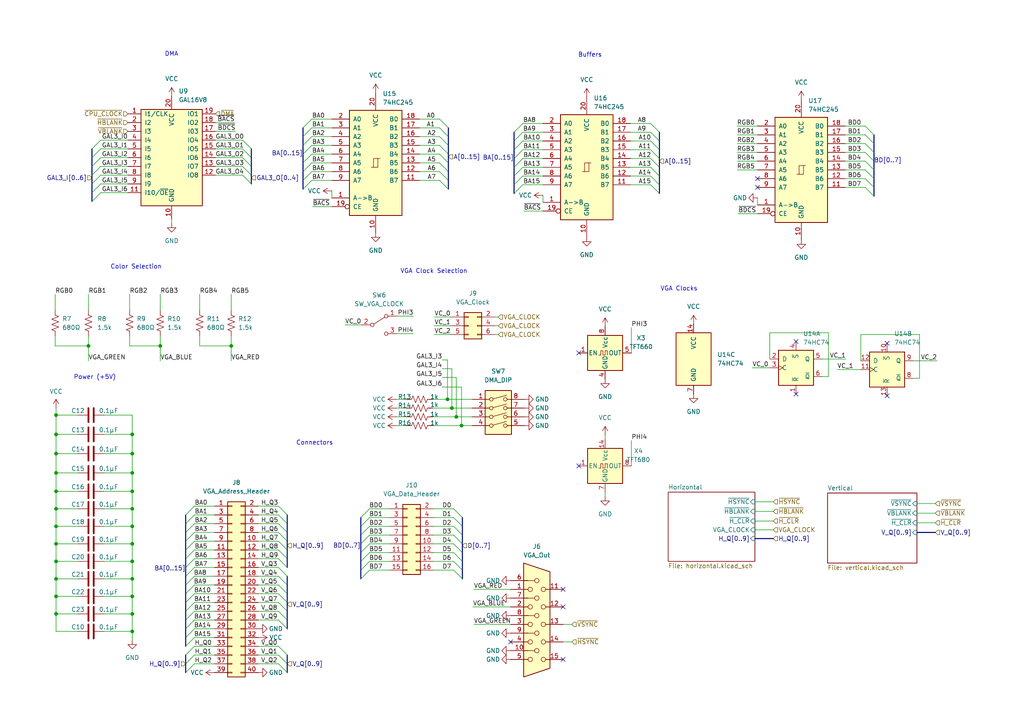
<source format=kicad_sch>
(kicad_sch (version 20211123) (generator eeschema)
  (paper "A4")
  (title_block (title "VGA") (date "9/11/22") (rev "1.0") (company "Korey Bliss") (comment 1 "https://github.com/kblissExternal/6502"))
  (junction (at 16.256 178.054))
  (junction (at 16.256 131.572))
  (junction (at 133.858 123.444))
  (junction (at 38.354 172.974))
  (junction (at 129.794 115.824))
  (junction (at 131.064 118.364))
  (junction (at 46.482 100.33))
  (junction (at 38.354 142.494))
  (junction (at 38.354 131.572))
  (junction (at 38.354 183.134))
  (junction (at 38.354 167.894))
  (junction (at 16.256 172.974))
  (junction (at 38.354 157.734))
  (junction (at 38.354 178.054))
  (junction (at 16.256 167.894))
  (junction (at 16.256 152.654))
  (junction (at 38.354 137.16))
  (junction (at 25.654 100.33))
  (junction (at 38.354 147.574))
  (junction (at 16.256 157.734))
  (junction (at 16.256 142.494))
  (junction (at 132.334 120.904))
  (junction (at 38.354 162.814))
  (junction (at 38.354 152.654))
  (junction (at 16.256 125.984))
  (junction (at 16.256 162.814))
  (junction (at 16.256 137.16))
  (junction (at 16.256 120.396))
  (junction (at 67.056 100.33))
  (junction (at 38.354 125.984))
  (junction (at 16.256 147.574))
  (no_connect (at 163.322 176.022))
  (no_connect (at 219.71 51.816))
  (no_connect (at 219.71 54.356))
  (no_connect (at 167.894 135.128))
  (no_connect (at 148.082 186.182))
  (no_connect (at 230.886 114.3))
  (no_connect (at 257.302 114.808))
  (no_connect (at 257.302 99.568))
  (no_connect (at 230.886 99.06))
  (no_connect (at 163.322 170.942))
  (no_connect (at 163.322 191.262))
  (no_connect (at 167.894 102.362))
  (bus_entry (at 131.572 155.194) (size 2.54 2.54))
  (bus_entry (at 29.21 53.34) (size -2.54 2.54))
  (bus_entry (at 56.388 189.992) (size -2.54 2.54))
  (bus_entry (at 56.388 177.292) (size -2.54 2.54))
  (bus_entry (at 127.508 42.164) (size 2.54 2.54))
  (bus_entry (at 188.722 48.514) (size 2.54 2.54))
  (bus_entry (at 188.722 38.354) (size 2.54 2.54))
  (bus_entry (at 90.424 44.704) (size -2.54 2.54))
  (bus_entry (at 80.772 167.132) (size 2.54 2.54))
  (bus_entry (at 80.772 151.892) (size 2.54 2.54))
  (bus_entry (at 151.638 43.434) (size -2.54 2.54))
  (bus_entry (at 70.358 45.72) (size 2.54 2.54))
  (bus_entry (at 80.772 172.212) (size 2.54 2.54))
  (bus_entry (at 56.388 174.752) (size -2.54 2.54))
  (bus_entry (at 127.508 34.544) (size 2.54 2.54))
  (bus_entry (at 80.772 177.292) (size 2.54 2.54))
  (bus_entry (at 151.638 35.814) (size -2.54 2.54))
  (bus_entry (at 56.388 172.212) (size -2.54 2.54))
  (bus_entry (at 131.572 160.274) (size 2.54 2.54))
  (bus_entry (at 188.722 51.054) (size 2.54 2.54))
  (bus_entry (at 131.572 150.114) (size 2.54 2.54))
  (bus_entry (at 29.21 43.18) (size -2.54 2.54))
  (bus_entry (at 56.388 182.372) (size -2.54 2.54))
  (bus_entry (at 70.358 48.26) (size 2.54 2.54))
  (bus_entry (at 56.388 167.132) (size -2.54 2.54))
  (bus_entry (at 29.21 55.88) (size -2.54 2.54))
  (bus_entry (at 250.952 44.196) (size 2.54 2.54))
  (bus_entry (at 250.952 39.116) (size 2.54 2.54))
  (bus_entry (at 107.188 155.194) (size -2.54 2.54))
  (bus_entry (at 56.388 162.052) (size -2.54 2.54))
  (bus_entry (at 29.21 48.26) (size -2.54 2.54))
  (bus_entry (at 127.508 49.784) (size 2.54 2.54))
  (bus_entry (at 80.772 146.812) (size 2.54 2.54))
  (bus_entry (at 151.638 53.594) (size -2.54 2.54))
  (bus_entry (at 250.952 54.356) (size 2.54 2.54))
  (bus_entry (at 56.388 159.512) (size -2.54 2.54))
  (bus_entry (at 80.772 174.752) (size 2.54 2.54))
  (bus_entry (at 151.638 38.354) (size -2.54 2.54))
  (bus_entry (at 188.722 43.434) (size 2.54 2.54))
  (bus_entry (at 70.358 50.8) (size 2.54 2.54))
  (bus_entry (at 107.188 150.114) (size -2.54 2.54))
  (bus_entry (at 250.952 46.736) (size 2.54 2.54))
  (bus_entry (at 80.772 159.512) (size 2.54 2.54))
  (bus_entry (at 90.424 47.244) (size -2.54 2.54))
  (bus_entry (at 188.722 45.974) (size 2.54 2.54))
  (bus_entry (at 80.772 179.832) (size 2.54 2.54))
  (bus_entry (at 188.722 35.814) (size 2.54 2.54))
  (bus_entry (at 131.572 152.654) (size 2.54 2.54))
  (bus_entry (at 127.508 44.704) (size 2.54 2.54))
  (bus_entry (at 80.772 189.992) (size 2.54 2.54))
  (bus_entry (at 80.772 156.972) (size 2.54 2.54))
  (bus_entry (at 56.388 156.972) (size -2.54 2.54))
  (bus_entry (at 188.722 53.594) (size 2.54 2.54))
  (bus_entry (at 151.638 48.514) (size -2.54 2.54))
  (bus_entry (at 90.424 49.784) (size -2.54 2.54))
  (bus_entry (at 250.952 51.816) (size 2.54 2.54))
  (bus_entry (at 107.188 157.734) (size -2.54 2.54))
  (bus_entry (at 56.388 164.592) (size -2.54 2.54))
  (bus_entry (at 131.572 162.814) (size 2.54 2.54))
  (bus_entry (at 107.188 162.814) (size -2.54 2.54))
  (bus_entry (at 56.388 146.812) (size -2.54 2.54))
  (bus_entry (at 250.952 49.276) (size 2.54 2.54))
  (bus_entry (at 151.638 45.974) (size -2.54 2.54))
  (bus_entry (at 127.508 39.624) (size 2.54 2.54))
  (bus_entry (at 188.722 40.894) (size 2.54 2.54))
  (bus_entry (at 107.188 160.274) (size -2.54 2.54))
  (bus_entry (at 80.772 162.052) (size 2.54 2.54))
  (bus_entry (at 131.572 165.354) (size 2.54 2.54))
  (bus_entry (at 56.388 192.532) (size -2.54 2.54))
  (bus_entry (at 127.508 37.084) (size 2.54 2.54))
  (bus_entry (at 56.388 149.352) (size -2.54 2.54))
  (bus_entry (at 127.508 52.324) (size 2.54 2.54))
  (bus_entry (at 90.424 52.324) (size -2.54 2.54))
  (bus_entry (at 80.772 149.352) (size 2.54 2.54))
  (bus_entry (at 56.388 187.452) (size -2.54 2.54))
  (bus_entry (at 90.424 42.164) (size -2.54 2.54))
  (bus_entry (at 107.188 152.654) (size -2.54 2.54))
  (bus_entry (at 80.772 169.672) (size 2.54 2.54))
  (bus_entry (at 56.388 184.912) (size -2.54 2.54))
  (bus_entry (at 107.188 165.354) (size -2.54 2.54))
  (bus_entry (at 250.952 41.656) (size 2.54 2.54))
  (bus_entry (at 80.772 164.592) (size 2.54 2.54))
  (bus_entry (at 90.424 34.544) (size -2.54 2.54))
  (bus_entry (at 80.772 192.532) (size 2.54 2.54))
  (bus_entry (at 127.508 47.244) (size 2.54 2.54))
  (bus_entry (at 250.952 36.576) (size 2.54 2.54))
  (bus_entry (at 131.572 147.574) (size 2.54 2.54))
  (bus_entry (at 90.424 39.624) (size -2.54 2.54))
  (bus_entry (at 29.21 50.8) (size -2.54 2.54))
  (bus_entry (at 107.188 147.574) (size -2.54 2.54))
  (bus_entry (at 56.388 151.892) (size -2.54 2.54))
  (bus_entry (at 90.424 37.084) (size -2.54 2.54))
  (bus_entry (at 131.572 157.734) (size 2.54 2.54))
  (bus_entry (at 56.388 169.672) (size -2.54 2.54))
  (bus_entry (at 56.388 154.432) (size -2.54 2.54))
  (bus_entry (at 29.21 40.64) (size -2.54 2.54))
  (bus_entry (at 56.388 179.832) (size -2.54 2.54))
  (bus_entry (at 80.772 187.452) (size 2.54 2.54))
  (bus_entry (at 151.638 40.894) (size -2.54 2.54))
  (bus_entry (at 70.358 40.64) (size 2.54 2.54))
  (bus_entry (at 80.772 154.432) (size 2.54 2.54))
  (bus_entry (at 29.21 45.72) (size -2.54 2.54))
  (bus_entry (at 70.358 43.18) (size 2.54 2.54))
  (bus_entry (at 151.638 51.054) (size -2.54 2.54))
  (wire (pts (xy 37.592 100.33) (xy 46.482 100.33)))
  (wire (pts (xy 157.48 45.974) (xy 151.638 45.974)))
  (wire (pts (xy 74.93 146.812) (xy 80.772 146.812)))
  (bus (pts (xy 53.848 156.972) (xy 53.848 159.512)))
  (wire (pts (xy 129.794 115.824) (xy 125.476 115.824)))
  (wire (pts (xy 157.48 43.434) (xy 151.638 43.434)))
  (bus (pts (xy 83.312 174.752) (xy 83.312 177.292)))
  (wire (pts (xy 245.11 44.196) (xy 250.952 44.196)))
  (wire (pts (xy 25.654 100.33) (xy 25.654 97.536)))
  (wire (pts (xy 266.7 97.028) (xy 266.7 109.728)))
  (bus (pts (xy 130.048 52.324) (xy 130.048 54.864)))
  (wire (pts (xy 218.186 106.68) (xy 223.266 106.68)))
  (wire (pts (xy 46.482 104.648) (xy 46.482 100.33)))
  (wire (pts (xy 16.256 118.364) (xy 16.256 120.396)))
  (wire (pts (xy 163.322 181.102) (xy 165.862 181.102)))
  (bus (pts (xy 134.112 155.194) (xy 134.112 157.734)))
  (wire (pts (xy 136.906 118.364) (xy 131.064 118.364)))
  (wire (pts (xy 271.78 104.648) (xy 264.922 104.648)))
  (wire (pts (xy 67.056 89.916) (xy 67.056 85.344)))
  (bus (pts (xy 87.884 49.784) (xy 87.884 52.324)))
  (wire (pts (xy 38.354 137.16) (xy 38.354 142.494)))
  (wire (pts (xy 38.354 183.134) (xy 38.354 185.674)))
  (wire (pts (xy 74.93 189.992) (xy 80.772 189.992)))
  (wire (pts (xy 22.606 172.974) (xy 16.256 172.974)))
  (wire (pts (xy 131.064 118.364) (xy 125.476 118.364)))
  (wire (pts (xy 249.682 97.028) (xy 266.7 97.028)))
  (wire (pts (xy 157.48 40.894) (xy 151.638 40.894)))
  (wire (pts (xy 224.282 148.336) (xy 218.948 148.336)))
  (wire (pts (xy 62.23 184.912) (xy 56.388 184.912)))
  (bus (pts (xy 53.848 149.352) (xy 53.848 151.892)))
  (wire (pts (xy 100.076 94.234) (xy 104.902 94.234)))
  (wire (pts (xy 46.482 89.916) (xy 46.482 85.344)))
  (wire (pts (xy 223.266 96.52) (xy 240.284 96.52)))
  (wire (pts (xy 37.084 40.64) (xy 29.21 40.64)))
  (wire (pts (xy 38.354 157.734) (xy 38.354 162.814)))
  (wire (pts (xy 37.084 55.88) (xy 29.21 55.88)))
  (bus (pts (xy 224.282 156.21) (xy 218.948 156.21)))
  (wire (pts (xy 96.266 55.372) (xy 96.266 57.404)))
  (wire (pts (xy 223.266 104.14) (xy 223.266 96.52)))
  (wire (pts (xy 22.606 157.734) (xy 16.256 157.734)))
  (wire (pts (xy 62.23 177.292) (xy 56.388 177.292)))
  (wire (pts (xy 144.526 91.948) (xy 143.51 91.948)))
  (wire (pts (xy 38.354 162.814) (xy 38.354 167.894)))
  (bus (pts (xy 104.648 160.274) (xy 104.648 162.814)))
  (wire (pts (xy 38.354 120.396) (xy 38.354 125.984)))
  (bus (pts (xy 253.492 46.736) (xy 253.492 49.276)))
  (wire (pts (xy 144.526 97.028) (xy 143.51 97.028)))
  (bus (pts (xy 253.492 44.196) (xy 253.492 46.736)))
  (wire (pts (xy 245.11 46.736) (xy 250.952 46.736)))
  (bus (pts (xy 191.262 38.354) (xy 191.262 40.894)))
  (bus (pts (xy 83.312 167.132) (xy 83.312 169.672)))
  (bus (pts (xy 72.898 45.72) (xy 72.898 48.26)))
  (wire (pts (xy 115.062 115.824) (xy 117.856 115.824)))
  (wire (pts (xy 74.93 164.592) (xy 80.772 164.592)))
  (wire (pts (xy 62.23 167.132) (xy 56.388 167.132)))
  (wire (pts (xy 125.984 97.028) (xy 130.81 97.028)))
  (bus (pts (xy 134.112 150.114) (xy 134.112 152.654)))
  (wire (pts (xy 67.056 100.33) (xy 67.056 97.536)))
  (bus (pts (xy 83.312 151.892) (xy 83.312 154.432)))
  (bus (pts (xy 253.492 41.656) (xy 253.492 44.196)))
  (wire (pts (xy 62.23 164.592) (xy 56.388 164.592)))
  (wire (pts (xy 136.906 115.824) (xy 129.794 115.824)))
  (wire (pts (xy 175.514 142.748) (xy 175.514 144.018)))
  (wire (pts (xy 22.606 142.494) (xy 16.256 142.494)))
  (wire (pts (xy 157.48 48.514) (xy 151.638 48.514)))
  (wire (pts (xy 22.606 183.134) (xy 16.256 183.134)))
  (wire (pts (xy 157.48 51.054) (xy 151.638 51.054)))
  (wire (pts (xy 115.062 91.694) (xy 119.888 91.694)))
  (wire (pts (xy 74.93 187.452) (xy 80.772 187.452)))
  (wire (pts (xy 121.666 52.324) (xy 127.508 52.324)))
  (bus (pts (xy 134.112 162.814) (xy 134.112 165.354)))
  (wire (pts (xy 240.284 96.52) (xy 240.284 109.22)))
  (wire (pts (xy 38.354 147.574) (xy 38.354 152.654)))
  (wire (pts (xy 30.226 120.396) (xy 38.354 120.396)))
  (wire (pts (xy 30.226 172.974) (xy 38.354 172.974)))
  (wire (pts (xy 37.592 89.916) (xy 37.592 85.344)))
  (wire (pts (xy 57.912 100.33) (xy 57.912 97.536)))
  (bus (pts (xy 130.048 47.244) (xy 130.048 49.784)))
  (wire (pts (xy 74.93 159.512) (xy 80.772 159.512)))
  (wire (pts (xy 224.282 145.542) (xy 218.948 145.542)))
  (wire (pts (xy 22.606 178.054) (xy 16.256 178.054)))
  (bus (pts (xy 104.648 152.654) (xy 104.648 155.194)))
  (wire (pts (xy 74.93 169.672) (xy 80.772 169.672)))
  (bus (pts (xy 130.048 39.624) (xy 130.048 42.164)))
  (wire (pts (xy 38.354 131.572) (xy 38.354 137.16)))
  (wire (pts (xy 125.984 94.488) (xy 130.81 94.488)))
  (wire (pts (xy 182.88 48.514) (xy 188.722 48.514)))
  (wire (pts (xy 219.71 49.276) (xy 213.868 49.276)))
  (wire (pts (xy 62.23 179.832) (xy 56.388 179.832)))
  (wire (pts (xy 175.514 126.238) (xy 175.514 127.508)))
  (bus (pts (xy 83.312 169.672) (xy 83.312 172.212)))
  (wire (pts (xy 96.266 52.324) (xy 90.424 52.324)))
  (wire (pts (xy 25.654 104.648) (xy 25.654 100.33)))
  (wire (pts (xy 137.414 181.102) (xy 148.082 181.102)))
  (wire (pts (xy 219.71 46.736) (xy 213.868 46.736)))
  (wire (pts (xy 157.48 56.642) (xy 157.48 58.674)))
  (bus (pts (xy 26.67 48.26) (xy 26.67 50.8)))
  (wire (pts (xy 136.906 123.444) (xy 133.858 123.444)))
  (wire (pts (xy 113.03 155.194) (xy 107.188 155.194)))
  (bus (pts (xy 53.848 151.892) (xy 53.848 154.432)))
  (bus (pts (xy 149.098 40.894) (xy 149.098 43.434)))
  (bus (pts (xy 87.884 39.624) (xy 87.884 42.164)))
  (wire (pts (xy 16.256 137.16) (xy 16.256 142.494)))
  (wire (pts (xy 219.71 39.116) (xy 213.868 39.116)))
  (wire (pts (xy 133.858 112.268) (xy 133.858 123.444)))
  (wire (pts (xy 113.03 165.354) (xy 107.188 165.354)))
  (bus (pts (xy 191.262 45.974) (xy 191.262 48.514)))
  (bus (pts (xy 191.262 53.594) (xy 191.262 56.134)))
  (wire (pts (xy 37.084 53.34) (xy 29.21 53.34)))
  (wire (pts (xy 96.266 44.704) (xy 90.424 44.704)))
  (wire (pts (xy 74.93 156.972) (xy 80.772 156.972)))
  (bus (pts (xy 130.048 37.084) (xy 130.048 39.624)))
  (bus (pts (xy 83.312 154.432) (xy 83.312 156.972)))
  (wire (pts (xy 62.23 159.512) (xy 56.388 159.512)))
  (bus (pts (xy 83.312 177.292) (xy 83.312 179.832)))
  (wire (pts (xy 22.606 147.574) (xy 16.256 147.574)))
  (bus (pts (xy 53.848 182.372) (xy 53.848 184.912)))
  (wire (pts (xy 62.484 43.18) (xy 70.358 43.18)))
  (wire (pts (xy 219.71 57.404) (xy 219.71 59.436)))
  (wire (pts (xy 125.73 157.734) (xy 131.572 157.734)))
  (wire (pts (xy 62.23 149.352) (xy 56.388 149.352)))
  (wire (pts (xy 182.88 38.354) (xy 188.722 38.354)))
  (wire (pts (xy 46.482 100.33) (xy 46.482 97.536)))
  (wire (pts (xy 137.414 170.942) (xy 148.082 170.942)))
  (wire (pts (xy 96.266 42.164) (xy 90.424 42.164)))
  (wire (pts (xy 30.226 142.494) (xy 38.354 142.494)))
  (wire (pts (xy 224.282 153.67) (xy 218.948 153.67)))
  (bus (pts (xy 53.848 162.052) (xy 53.848 164.592)))
  (wire (pts (xy 128.27 104.394) (xy 129.794 104.394)))
  (bus (pts (xy 191.262 51.054) (xy 191.262 53.594)))
  (wire (pts (xy 67.056 104.648) (xy 67.056 100.33)))
  (wire (pts (xy 62.484 48.26) (xy 70.358 48.26)))
  (wire (pts (xy 182.88 51.054) (xy 188.722 51.054)))
  (wire (pts (xy 16.256 162.814) (xy 16.256 167.894)))
  (bus (pts (xy 83.312 162.052) (xy 83.312 164.592)))
  (wire (pts (xy 125.73 160.274) (xy 131.572 160.274)))
  (wire (pts (xy 245.11 39.116) (xy 250.952 39.116)))
  (wire (pts (xy 137.16 176.022) (xy 148.082 176.022)))
  (wire (pts (xy 96.266 34.544) (xy 90.424 34.544)))
  (bus (pts (xy 87.884 42.164) (xy 87.884 44.704)))
  (wire (pts (xy 74.93 162.052) (xy 80.772 162.052)))
  (wire (pts (xy 74.93 151.892) (xy 80.772 151.892)))
  (bus (pts (xy 72.898 43.18) (xy 72.898 45.72)))
  (wire (pts (xy 245.11 54.356) (xy 250.952 54.356)))
  (wire (pts (xy 121.666 34.544) (xy 127.508 34.544)))
  (bus (pts (xy 253.492 39.116) (xy 253.492 41.656)))
  (wire (pts (xy 30.226 152.654) (xy 38.354 152.654)))
  (wire (pts (xy 74.93 167.132) (xy 80.772 167.132)))
  (bus (pts (xy 87.884 52.324) (xy 87.884 54.864)))
  (wire (pts (xy 38.354 152.654) (xy 38.354 157.734)))
  (wire (pts (xy 219.71 36.576) (xy 213.868 36.576)))
  (wire (pts (xy 157.48 53.594) (xy 151.638 53.594)))
  (wire (pts (xy 16.256 157.734) (xy 16.256 162.814)))
  (wire (pts (xy 62.484 35.56) (xy 68.072 35.56)))
  (wire (pts (xy 125.73 162.814) (xy 131.572 162.814)))
  (wire (pts (xy 113.03 157.734) (xy 107.188 157.734)))
  (wire (pts (xy 96.266 37.084) (xy 90.424 37.084)))
  (wire (pts (xy 74.93 149.352) (xy 80.772 149.352)))
  (wire (pts (xy 96.266 59.944) (xy 90.678 59.944)))
  (wire (pts (xy 96.266 39.624) (xy 90.424 39.624)))
  (wire (pts (xy 62.23 189.992) (xy 56.388 189.992)))
  (wire (pts (xy 121.666 49.784) (xy 127.508 49.784)))
  (wire (pts (xy 62.23 174.752) (xy 56.388 174.752)))
  (wire (pts (xy 113.03 147.574) (xy 107.188 147.574)))
  (wire (pts (xy 113.03 160.274) (xy 107.188 160.274)))
  (wire (pts (xy 144.526 94.488) (xy 143.51 94.488)))
  (bus (pts (xy 149.098 38.354) (xy 149.098 40.894)))
  (wire (pts (xy 219.71 41.656) (xy 213.868 41.656)))
  (wire (pts (xy 125.73 152.654) (xy 131.572 152.654)))
  (wire (pts (xy 16.256 167.894) (xy 16.256 172.974)))
  (bus (pts (xy 253.492 54.356) (xy 253.492 56.896)))
  (wire (pts (xy 62.23 162.052) (xy 56.388 162.052)))
  (bus (pts (xy 53.848 169.672) (xy 53.848 172.212)))
  (wire (pts (xy 219.71 44.196) (xy 213.868 44.196)))
  (wire (pts (xy 271.272 148.844) (xy 265.938 148.844)))
  (wire (pts (xy 30.226 125.984) (xy 38.354 125.984)))
  (wire (pts (xy 57.912 89.916) (xy 57.912 85.344)))
  (wire (pts (xy 62.23 156.972) (xy 56.388 156.972)))
  (bus (pts (xy 83.312 192.532) (xy 83.312 195.072)))
  (wire (pts (xy 38.354 172.974) (xy 38.354 178.054)))
  (bus (pts (xy 104.648 162.814) (xy 104.648 165.354)))
  (bus (pts (xy 53.848 192.532) (xy 53.848 195.072)))
  (wire (pts (xy 62.23 172.212) (xy 56.388 172.212)))
  (wire (pts (xy 74.93 174.752) (xy 80.772 174.752)))
  (wire (pts (xy 125.73 165.354) (xy 131.572 165.354)))
  (wire (pts (xy 16.002 89.916) (xy 16.002 85.344)))
  (wire (pts (xy 182.88 40.894) (xy 188.722 40.894)))
  (wire (pts (xy 16.002 100.33) (xy 25.654 100.33)))
  (bus (pts (xy 130.048 42.164) (xy 130.048 44.704)))
  (bus (pts (xy 26.67 43.18) (xy 26.67 45.72)))
  (wire (pts (xy 25.654 89.916) (xy 25.654 85.344)))
  (wire (pts (xy 30.226 137.16) (xy 38.354 137.16)))
  (bus (pts (xy 87.884 44.704) (xy 87.884 47.244)))
  (wire (pts (xy 182.88 53.594) (xy 188.722 53.594)))
  (wire (pts (xy 113.03 162.814) (xy 107.188 162.814)))
  (wire (pts (xy 16.256 147.574) (xy 16.256 152.654)))
  (bus (pts (xy 271.272 154.432) (xy 265.938 154.432)))
  (bus (pts (xy 149.098 51.054) (xy 149.098 53.594)))
  (bus (pts (xy 53.848 159.512) (xy 53.848 162.052)))
  (wire (pts (xy 245.364 104.14) (xy 238.506 104.14)))
  (wire (pts (xy 115.062 120.904) (xy 117.856 120.904)))
  (bus (pts (xy 191.262 43.434) (xy 191.262 45.974)))
  (bus (pts (xy 83.312 189.992) (xy 83.312 192.532)))
  (wire (pts (xy 219.71 61.976) (xy 214.122 61.976)))
  (wire (pts (xy 224.282 151.13) (xy 218.948 151.13)))
  (wire (pts (xy 74.93 179.832) (xy 80.772 179.832)))
  (wire (pts (xy 266.7 109.728) (xy 264.922 109.728)))
  (wire (pts (xy 62.484 40.64) (xy 70.358 40.64)))
  (wire (pts (xy 38.354 167.894) (xy 38.354 172.974)))
  (wire (pts (xy 125.73 150.114) (xy 131.572 150.114)))
  (wire (pts (xy 245.11 51.816) (xy 250.952 51.816)))
  (bus (pts (xy 53.848 164.592) (xy 53.848 167.132)))
  (bus (pts (xy 83.312 172.212) (xy 83.312 174.752)))
  (wire (pts (xy 16.256 131.572) (xy 22.606 131.572)))
  (bus (pts (xy 191.262 40.894) (xy 191.262 43.434)))
  (wire (pts (xy 128.27 109.474) (xy 132.334 109.474)))
  (wire (pts (xy 37.084 43.18) (xy 29.21 43.18)))
  (wire (pts (xy 115.062 118.364) (xy 117.856 118.364)))
  (wire (pts (xy 74.93 154.432) (xy 80.772 154.432)))
  (bus (pts (xy 26.67 50.8) (xy 26.67 53.34)))
  (bus (pts (xy 53.848 172.212) (xy 53.848 174.752)))
  (wire (pts (xy 62.23 187.452) (xy 56.388 187.452)))
  (wire (pts (xy 62.23 151.892) (xy 56.388 151.892)))
  (wire (pts (xy 16.256 152.654) (xy 16.256 157.734)))
  (wire (pts (xy 74.93 177.292) (xy 80.772 177.292)))
  (wire (pts (xy 38.354 142.494) (xy 38.354 147.574)))
  (bus (pts (xy 72.898 50.8) (xy 72.898 53.34)))
  (wire (pts (xy 37.084 45.72) (xy 29.21 45.72)))
  (bus (pts (xy 26.67 55.88) (xy 26.67 58.42)))
  (wire (pts (xy 113.03 152.654) (xy 107.188 152.654)))
  (bus (pts (xy 83.312 149.352) (xy 83.312 151.892)))
  (wire (pts (xy 242.824 107.188) (xy 249.682 107.188)))
  (wire (pts (xy 38.354 131.572) (xy 38.354 125.984)))
  (bus (pts (xy 87.884 37.084) (xy 87.884 39.624)))
  (bus (pts (xy 104.648 165.354) (xy 104.648 167.894)))
  (wire (pts (xy 30.226 178.054) (xy 38.354 178.054)))
  (bus (pts (xy 53.848 177.292) (xy 53.848 179.832)))
  (bus (pts (xy 53.848 179.832) (xy 53.848 182.372)))
  (bus (pts (xy 134.112 160.274) (xy 134.112 162.814)))
  (bus (pts (xy 26.67 53.34) (xy 26.67 55.88)))
  (bus (pts (xy 149.098 53.594) (xy 149.098 56.134)))
  (wire (pts (xy 16.256 125.984) (xy 16.256 120.396)))
  (bus (pts (xy 83.312 159.512) (xy 83.312 162.052)))
  (bus (pts (xy 53.848 184.912) (xy 53.848 187.452)))
  (wire (pts (xy 16.256 125.984) (xy 22.606 125.984)))
  (wire (pts (xy 96.266 47.244) (xy 90.424 47.244)))
  (bus (pts (xy 83.312 179.832) (xy 83.312 182.372)))
  (wire (pts (xy 38.354 178.054) (xy 38.354 183.134)))
  (bus (pts (xy 253.492 49.276) (xy 253.492 51.816)))
  (wire (pts (xy 30.226 162.814) (xy 38.354 162.814)))
  (bus (pts (xy 104.648 155.194) (xy 104.648 157.734)))
  (wire (pts (xy 240.284 109.22) (xy 238.506 109.22)))
  (wire (pts (xy 62.23 192.532) (xy 56.388 192.532)))
  (wire (pts (xy 157.48 61.214) (xy 151.892 61.214)))
  (wire (pts (xy 132.334 120.904) (xy 125.476 120.904)))
  (wire (pts (xy 22.606 162.814) (xy 16.256 162.814)))
  (wire (pts (xy 128.27 106.934) (xy 131.064 106.934)))
  (wire (pts (xy 30.226 167.894) (xy 38.354 167.894)))
  (wire (pts (xy 121.666 47.244) (xy 127.508 47.244)))
  (wire (pts (xy 62.484 38.1) (xy 68.326 38.1)))
  (wire (pts (xy 131.064 106.934) (xy 131.064 118.364)))
  (bus (pts (xy 53.848 154.432) (xy 53.848 156.972)))
  (wire (pts (xy 74.93 172.212) (xy 80.772 172.212)))
  (wire (pts (xy 129.794 104.394) (xy 129.794 115.824)))
  (wire (pts (xy 30.226 131.572) (xy 38.354 131.572)))
  (wire (pts (xy 182.88 35.814) (xy 188.722 35.814)))
  (wire (pts (xy 271.272 146.05) (xy 265.938 146.05)))
  (wire (pts (xy 62.23 154.432) (xy 56.388 154.432)))
  (wire (pts (xy 133.858 123.444) (xy 125.476 123.444)))
  (wire (pts (xy 115.062 123.444) (xy 117.856 123.444)))
  (bus (pts (xy 130.048 49.784) (xy 130.048 52.324)))
  (wire (pts (xy 245.11 36.576) (xy 250.952 36.576)))
  (bus (pts (xy 53.848 189.992) (xy 53.848 192.532)))
  (wire (pts (xy 125.984 91.948) (xy 130.81 91.948)))
  (wire (pts (xy 125.73 147.574) (xy 131.572 147.574)))
  (wire (pts (xy 113.03 150.114) (xy 107.188 150.114)))
  (wire (pts (xy 163.322 186.182) (xy 165.862 186.182)))
  (wire (pts (xy 37.592 100.33) (xy 37.592 97.536)))
  (bus (pts (xy 253.492 51.816) (xy 253.492 54.356)))
  (bus (pts (xy 134.112 152.654) (xy 134.112 155.194)))
  (bus (pts (xy 149.098 48.514) (xy 149.098 51.054)))
  (wire (pts (xy 16.256 137.16) (xy 22.606 137.16)))
  (wire (pts (xy 30.226 147.574) (xy 38.354 147.574)))
  (wire (pts (xy 121.666 37.084) (xy 127.508 37.084)))
  (wire (pts (xy 121.666 44.704) (xy 127.508 44.704)))
  (bus (pts (xy 87.884 47.244) (xy 87.884 49.784)))
  (bus (pts (xy 53.848 167.132) (xy 53.848 169.672)))
  (wire (pts (xy 16.256 172.974) (xy 16.256 178.054)))
  (wire (pts (xy 249.682 104.648) (xy 249.682 97.028)))
  (wire (pts (xy 74.93 192.532) (xy 80.772 192.532)))
  (wire (pts (xy 67.056 100.33) (xy 57.912 100.33)))
  (bus (pts (xy 149.098 45.974) (xy 149.098 48.514)))
  (bus (pts (xy 191.262 48.514) (xy 191.262 51.054)))
  (wire (pts (xy 62.484 50.8) (xy 70.358 50.8)))
  (wire (pts (xy 62.23 169.672) (xy 56.388 169.672)))
  (wire (pts (xy 125.73 155.194) (xy 131.572 155.194)))
  (bus (pts (xy 26.67 45.72) (xy 26.67 48.26)))
  (wire (pts (xy 245.11 41.656) (xy 250.952 41.656)))
  (bus (pts (xy 149.098 43.434) (xy 149.098 45.974)))
  (wire (pts (xy 157.48 35.814) (xy 151.638 35.814)))
  (wire (pts (xy 132.334 109.474) (xy 132.334 120.904)))
  (wire (pts (xy 16.256 178.054) (xy 16.256 183.134)))
  (wire (pts (xy 271.272 151.638) (xy 265.938 151.638)))
  (wire (pts (xy 96.266 49.784) (xy 90.424 49.784)))
  (wire (pts (xy 49.784 63.5) (xy 49.784 64.77)))
  (wire (pts (xy 182.88 45.974) (xy 188.722 45.974)))
  (wire (pts (xy 121.666 39.624) (xy 127.508 39.624)))
  (wire (pts (xy 30.226 157.734) (xy 38.354 157.734)))
  (bus (pts (xy 134.112 165.354) (xy 134.112 167.894)))
  (wire (pts (xy 30.226 183.134) (xy 38.354 183.134)))
  (wire (pts (xy 182.88 43.434) (xy 188.722 43.434)))
  (bus (pts (xy 83.312 156.972) (xy 83.312 159.512)))
  (wire (pts (xy 157.48 38.354) (xy 151.638 38.354)))
  (wire (pts (xy 245.11 49.276) (xy 250.952 49.276)))
  (wire (pts (xy 62.484 45.72) (xy 70.358 45.72)))
  (wire (pts (xy 16.256 125.984) (xy 16.256 131.572)))
  (wire (pts (xy 22.606 152.654) (xy 16.256 152.654)))
  (wire (pts (xy 16.256 137.16) (xy 16.256 131.572)))
  (bus (pts (xy 104.648 157.734) (xy 104.648 160.274)))
  (wire (pts (xy 183.134 127.762) (xy 183.134 135.128)))
  (wire (pts (xy 128.27 112.268) (xy 133.858 112.268)))
  (wire (pts (xy 183.134 94.996) (xy 183.134 102.362)))
  (wire (pts (xy 136.906 120.904) (xy 132.334 120.904)))
  (wire (pts (xy 37.084 48.26) (xy 29.21 48.26)))
  (wire (pts (xy 16.256 142.494) (xy 16.256 147.574)))
  (wire (pts (xy 121.666 42.164) (xy 127.508 42.164)))
  (wire (pts (xy 16.002 100.33) (xy 16.002 97.536)))
  (wire (pts (xy 62.23 182.372) (xy 56.388 182.372)))
  (wire (pts (xy 37.084 50.8) (xy 29.21 50.8)))
  (bus (pts (xy 53.848 174.752) (xy 53.848 177.292)))
  (bus (pts (xy 130.048 44.704) (xy 130.048 47.244)))
  (bus (pts (xy 72.898 48.26) (xy 72.898 50.8)))
  (bus (pts (xy 104.648 150.114) (xy 104.648 152.654)))
  (wire (pts (xy 115.062 96.774) (xy 119.888 96.774)))
  (wire (pts (xy 62.23 146.812) (xy 56.388 146.812)))
  (bus (pts (xy 134.112 157.734) (xy 134.112 160.274)))
  (wire (pts (xy 22.606 167.894) (xy 16.256 167.894)))
  (wire (pts (xy 16.256 120.396) (xy 22.606 120.396)))
  (text "Buffers" (at 167.64 16.764 0) (effects (font (size 1.27 1.27)) (justify left bottom)))
  (text "VGA Clocks" (at 191.516 84.582 0) (effects (font (size 1.27 1.27)) (justify left bottom)))
  (text "DMA" (at 47.752 16.51 0) (effects (font (size 1.27 1.27)) (justify left bottom)))
  (text "VGA Clock Selection" (at 116.078 79.502 0) (effects (font (size 1.27 1.27)) (justify left bottom)))
  (text "Connectors" (at 85.852 129.286 0) (effects (font (size 1.27 1.27)) (justify left bottom)))
  (text "Color Selection" (at 32.004 78.232 0) (effects (font (size 1.27 1.27)) (justify left bottom)))
  (text "Power (+5V)" (at 21.336 110.236 0) (effects (font (size 1.27 1.27)) (justify left bottom)))
  (label "BD5" (at 110.998 160.274 180))
  (label "BA3" (at 60.198 154.432 180))
  (label "A15" (at 185.166 53.594 0))
  (label "D1" (at 128.27 150.114 0))
  (label "RGB1" (at 25.654 85.344 0))
  (label "BA14" (at 61.214 182.372 180))
  (label "A13" (at 185.166 48.514 0))
  (label "V_Q8" (at 75.692 177.292 0))
  (label "BA13" (at 156.718 48.514 180))
  (label "BA2" (at 94.234 39.624 180))
  (label "GAL3_I1" (at 37.084 43.18 180))
  (label "PHI3" (at 115.316 91.694 0))
  (label "V_Q7" (at 75.692 174.752 0))
  (label "D6" (at 128.27 162.814 0))
  (label "A9" (at 184.912 38.354 0))
  (label "BA1" (at 60.198 149.352 180))
  (label "BA12" (at 61.214 177.292 180))
  (label "BA15" (at 61.214 184.912 180))
  (label "D7" (at 128.27 165.354 0))
  (label "A7" (at 123.952 52.324 0))
  (label "D2" (at 128.27 152.654 0))
  (label "BA6" (at 94.234 49.784 180))
  (label "H_Q0" (at 61.468 187.452 180))
  (label "BA11" (at 156.718 43.434 180))
  (label "VC_0" (at 100.076 94.234 0))
  (label "D3" (at 128.27 155.194 0))
  (label "BD2" (at 245.872 41.656 0))
  (label "GAL3_I5" (at 37.084 53.34 180))
  (label "A1" (at 123.698 37.084 0))
  (label "VGA_RED" (at 67.056 104.648 0))
  (label "BA0" (at 60.198 146.812 180))
  (label "RGB5" (at 67.056 85.344 0))
  (label "GAL3_O0" (at 62.484 40.64 0))
  (label "GAL3_O3" (at 62.484 48.26 0))
  (label "GAL3_O1" (at 62.484 43.18 0))
  (label "A5" (at 123.952 47.244 0))
  (label "~{BDCS}" (at 68.326 38.1 180))
  (label "D4" (at 128.27 157.734 0))
  (label "V_Q0" (at 75.692 187.452 0))
  (label "VC_1" (at 125.984 94.488 0))
  (label "BA7" (at 60.198 164.592 180))
  (label "V_Q1" (at 75.692 189.992 0))
  (label "BA[0..15]" (at 53.848 165.862 180))
  (label "BA5" (at 94.234 47.244 180))
  (label "A8" (at 184.912 35.814 0))
  (label "BD3" (at 110.998 155.194 180))
  (label "VGA_GREEN" (at 25.654 104.648 0))
  (label "RGB5" (at 218.948 49.276 180))
  (label "BA10" (at 61.214 172.212 180))
  (label "VC_1" (at 242.824 107.188 0))
  (label "H_Q3" (at 75.692 146.812 0))
  (label "V_Q3" (at 75.692 164.592 0))
  (label "BD4" (at 110.998 157.734 180))
  (label "BD5" (at 245.872 49.276 0))
  (label "BD6" (at 110.998 162.814 180))
  (label "RGB4" (at 57.912 85.344 0))
  (label "H_Q7" (at 75.692 156.972 0))
  (label "VC_0" (at 125.984 91.948 0))
  (label "H_Q8" (at 75.692 159.512 0))
  (label "GAL3_O2" (at 62.484 45.72 0))
  (label "BD0" (at 110.998 147.574 180))
  (label "GAL3_O4" (at 62.484 50.8 0))
  (label "~{BACS}" (at 151.892 61.214 0))
  (label "V_Q2" (at 75.692 192.532 0))
  (label "BA14" (at 156.718 51.054 180))
  (label "A11" (at 185.166 43.434 0))
  (label "BD1" (at 245.872 39.116 0))
  (label "BA1" (at 94.234 37.084 180))
  (label "RGB0" (at 16.002 85.344 0))
  (label "VGA_GREEN" (at 137.414 181.102 0))
  (label "VC_2" (at 125.984 97.028 0))
  (label "BA3" (at 94.234 42.164 180))
  (label "GAL3_I3" (at 37.084 48.26 180))
  (label "V_Q4" (at 75.692 167.132 0))
  (label "A12" (at 185.166 45.974 0))
  (label "D5" (at 128.27 160.274 0))
  (label "BA4" (at 94.234 44.704 180))
  (label "VGA_BLUE" (at 137.16 176.022 0))
  (label "BA7" (at 94.234 52.324 180))
  (label "~{BDCS}" (at 214.122 61.976 0))
  (label "BD3" (at 245.872 44.196 0))
  (label "BA15" (at 156.718 53.594 180))
  (label "BA6" (at 60.198 162.052 180))
  (label "BA[0..15]" (at 87.884 45.466 180))
  (label "PHI4" (at 183.134 127.762 0))
  (label "RGB2" (at 37.592 85.344 0))
  (label "V_Q5" (at 75.692 169.672 0))
  (label "D0" (at 128.27 147.574 0))
  (label "BD7" (at 110.998 165.354 180))
  (label "A0" (at 123.698 34.544 0))
  (label "BA0" (at 94.234 34.544 180))
  (label "H_Q1" (at 61.468 189.992 180))
  (label "VC_0" (at 218.186 106.68 0))
  (label "H_Q4" (at 75.692 149.352 0))
  (label "BA9" (at 155.448 38.354 180))
  (label "H_Q9" (at 75.692 162.052 0))
  (label "BA8" (at 59.944 167.132 180))
  (label "~{BACS}" (at 68.072 35.56 180))
  (label "H_Q5" (at 75.692 151.892 0))
  (label "RGB3" (at 46.482 85.344 0))
  (label "BA4" (at 60.198 156.972 180))
  (label "~{BACS}" (at 90.678 59.944 0))
  (label "BA11" (at 61.214 174.752 180))
  (label "PHI4" (at 115.316 96.774 0))
  (label "GAL3_I4" (at 37.084 50.8 180))
  (label "A6" (at 123.952 49.784 0))
  (label "VC_1" (at 245.364 104.14 180))
  (label "H_Q2" (at 61.468 192.532 180))
  (label "VGA_BLUE" (at 46.482 104.648 0))
  (label "GAL3_I2" (at 37.084 45.72 180))
  (label "BD7" (at 245.872 54.356 0))
  (label "BD[0..7]" (at 104.648 159.258 180))
  (label "A4" (at 123.952 44.704 0))
  (label "GAL3_I0" (at 37.084 40.64 180))
  (label "A2" (at 123.952 39.624 0))
  (label "BA10" (at 156.718 40.894 180))
  (label "GAL3_I3" (at 128.27 104.394 180))
  (label "BD1" (at 110.998 150.114 180))
  (label "GAL3_I4" (at 128.27 106.934 180))
  (label "H_Q6" (at 75.692 154.432 0))
  (label "RGB4" (at 218.948 46.736 180))
  (label "VC_2" (at 271.78 104.648 180))
  (label "BD2" (at 110.998 152.654 180))
  (label "GAL3_I6" (at 128.27 112.268 180))
  (label "BA[0..15]" (at 149.098 46.736 180))
  (label "PHI3" (at 183.134 94.996 0))
  (label "BD6" (at 245.872 51.816 0))
  (label "BD0" (at 245.872 36.576 0))
  (label "VGA_RED" (at 137.414 170.942 0))
  (label "BA9" (at 59.944 169.672 180))
  (label "RGB0" (at 218.948 36.576 180))
  (label "BD4" (at 245.872 46.736 0))
  (label "BA2" (at 60.198 151.892 180))
  (label "RGB3" (at 218.948 44.196 180))
  (label "A3" (at 123.952 42.164 0))
  (label "BD[0..7]" (at 253.492 47.498 0))
  (label "A14" (at 185.166 51.054 0))
  (label "BA8" (at 155.448 35.814 180))
  (label "V_Q9" (at 75.692 179.832 0))
  (label "GAL3_I5" (at 128.27 109.474 180))
  (label "BA13" (at 61.214 179.832 180))
  (label "A10" (at 185.166 40.894 0))
  (label "RGB1" (at 218.948 39.116 180))
  (label "V_Q6" (at 75.692 172.212 0))
  (label "RGB2" (at 218.948 41.656 180))
  (label "GAL3_I6" (at 37.084 55.88 180))
  (label "BA12" (at 156.718 45.974 180))
  (label "BA5" (at 60.198 159.512 180))
  (hierarchical_label "VGA_CLOCK" (shape input) (at 144.526 94.488 0))
  (hierarchical_label "~{HSYNC}" (shape input) (at 165.862 186.182 0))
  (hierarchical_label "A[0..15]" (shape input) (at 191.262 46.736 0))
  (hierarchical_label "V_Q[0..9]" (shape input) (at 83.312 175.26 0))
  (hierarchical_label "~{HBLANK}" (shape input) (at 37.084 35.56 180))
  (hierarchical_label "~{H_CLR}" (shape input) (at 224.282 151.13 0))
  (hierarchical_label "~{CPU_CLOCK}" (shape input) (at 37.084 33.02 180))
  (hierarchical_label "D[0..7]" (shape input) (at 134.112 158.242 0))
  (hierarchical_label "H_Q[0..9]" (shape input) (at 83.312 158.242 0))
  (hierarchical_label "V_Q[0..9]" (shape input) (at 83.312 192.532 0))
  (hierarchical_label "H_Q[0..9]" (shape input) (at 224.282 156.21 0))
  (hierarchical_label "~{DMA}" (shape input) (at 62.484 33.02 0))
  (hierarchical_label "~{VSYNC}" (shape input) (at 165.862 181.102 0))
  (hierarchical_label "V_Q[0..9]" (shape input) (at 271.272 154.432 0))
  (hierarchical_label "VGA_CLOCK" (shape input) (at 224.282 153.67 0))
  (hierarchical_label "H_Q[0..9]" (shape input) (at 53.848 192.532 180))
  (hierarchical_label "VGA_CLOCK" (shape input) (at 144.526 97.028 0))
  (hierarchical_label "~{VSYNC}" (shape input) (at 271.272 146.05 0))
  (hierarchical_label "~{H_CLR}" (shape input) (at 271.272 151.638 0))
  (hierarchical_label "~{HSYNC}" (shape input) (at 224.282 145.542 0))
  (hierarchical_label "GAL3_I[0..6]" (shape input) (at 26.67 51.562 180))
  (hierarchical_label "~{HBLANK}" (shape input) (at 224.282 148.336 0))
  (hierarchical_label "~{VBLANK}" (shape input) (at 271.272 148.844 0))
  (hierarchical_label "A[0..15]" (shape input) (at 130.048 45.466 0))
  (hierarchical_label "VGA_CLOCK" (shape input) (at 144.526 91.948 0))
  (hierarchical_label "~{VBLANK}" (shape input) (at 37.084 38.1 180))
  (hierarchical_label "GAL3_O[0..4]" (shape input) (at 72.898 51.562 0))
  (symbol (lib_id "power:GND") (at 201.168 114.3 0) (unit 1)
    (property "Reference" "#PWR058" (effects hide))
    (property "Value" "GND" (at 201.168 119.38 0))
  )
  (symbol (lib_id "power:GND") (at 38.354 185.674 0) (unit 1)
    (property "Reference" "#PWR056" (effects hide))
    (property "Value" "GND" (at 38.354 190.754 0))
  )
  (symbol (lib_id "Device:C") (at 26.416 120.396 270) (unit 1)
    (property "Reference" "C12" (at 22.606 119.126 90))
    (property "Value" "0.1µF" (at 31.496 119.126 90))
    (property "Footprint" "Capacitor_THT:C_Disc_D5.0mm_W2.5mm_P2.50mm" (effects hide))
    (property "Datasheet" "https://www.mouser.com/datasheet/2/427/dseries-1762011.pdf" (effects hide))
    (property "ComponentPurchaseUrl" "https://mou.sr/3L92t7l" (effects hide))
  )
  (symbol (lib_id "74xx:74HC245") (at 232.41 49.276 0) (unit 1)
    (property "Reference" "U17" (at 234.4294 29.21 0) (effects (justify left)))
    (property "Value" "74HC245" (at 234.4294 31.75 0) (effects (justify left)))
    (property "Footprint" "Package_DIP:DIP-20_W7.62mm_Socket" (effects hide))
    (property "Datasheet" "http://www.ti.com/lit/gpn/sn74HC245" (effects hide))
    (property "ComponentPurchaseUrl" "https://mou.sr/3U6tr3P" (effects hide))
    (property "FootprintPurchaseUrl" "https://mou.sr/3defX5i" (effects hide))
  )
  (symbol (lib_id "Device:R_US") (at 37.592 93.726 0) (unit 1)
    (property "Reference" "R9" (at 39.624 92.4559 0) (effects (justify left)))
    (property "Value" "680Ω" (at 39.624 94.9959 0) (effects (justify left)))
    (property "Footprint" "Resistor_THT:R_Axial_DIN0207_L6.3mm_D2.5mm_P10.16mm_Horizontal" (effects hide))
    (property "ComponentPurchaseUrl" "https://mou.sr/3qEoBgq" (effects hide))
  )
  (symbol (lib_id "power:VCC") (at 16.256 118.364 0) (unit 1)
    (property "Reference" "#PWR055" (effects hide))
    (property "Value" "VCC" (at 16.256 113.538 0))
  )
  (symbol (lib_id "power:GND") (at 232.41 69.596 0) (unit 1)
    (property "Reference" "#PWR020" (effects hide))
    (property "Value" "GND" (at 232.41 74.676 0))
  )
  (symbol (lib_id "power:GND") (at 49.784 64.77 0) (unit 1)
    (property "Reference" "#PWR041" (effects hide))
    (property "Value" "GND" (at 49.784 69.85 0))
  )
  (symbol (lib_id "Device:R_US") (at 121.666 123.444 90) (unit 1)
    (property "Reference" "R16" (at 117.348 122.682 90))
    (property "Value" "1k" (at 125.984 122.682 90))
    (property "Footprint" "Resistor_THT:R_Axial_DIN0207_L6.3mm_D2.5mm_P10.16mm_Horizontal" (effects hide))
    (property "ComponentPurchaseUrl" "https://mou.sr/3RNFvp2" (effects hide))
  )
  (symbol (lib_id "power:VCC") (at 175.514 94.742 0) (unit 1)
    (property "Reference" "#PWR042" (effects hide))
    (property "Value" "VCC" (at 175.514 89.662 0))
  )
  (symbol (lib_id "power:GND") (at 148.082 188.722 270) (unit 1)
    (property "Reference" "#PWR0110" (effects hide))
    (property "Value" "GND" (at 143.002 188.722 90))
  )
  (symbol (lib_id "Device:R_US") (at 25.654 93.726 180) (unit 1)
    (property "Reference" "R8" (at 28.194 92.4559 0) (effects (justify right)))
    (property "Value" "1.5k" (at 28.194 94.9959 0) (effects (justify right)))
    (property "Footprint" "Resistor_THT:R_Axial_DIN0207_L6.3mm_D2.5mm_P10.16mm_Horizontal" (effects hide))
    (property "ComponentPurchaseUrl" "https://mou.sr/3qJ1EZL" (effects hide))
  )
  (symbol (lib_id "power:VCC") (at 201.168 93.98 0) (unit 1)
    (property "Reference" "#PWR057" (effects hide))
    (property "Value" "VCC" (at 201.168 88.9 0))
  )
  (symbol (lib_id "Device:R_US") (at 57.912 93.726 0) (unit 1)
    (property "Reference" "R11" (at 59.944 92.4559 0) (effects (justify left)))
    (property "Value" "680Ω" (at 59.944 94.9959 0) (effects (justify left)))
    (property "Footprint" "Resistor_THT:R_Axial_DIN0207_L6.3mm_D2.5mm_P10.16mm_Horizontal" (effects hide))
    (property "ComponentPurchaseUrl" "https://mou.sr/3qEoBgq" (effects hide))
  )
  (symbol (lib_id "74xx:74HC245") (at 170.18 48.514 0) (unit 1)
    (property "Reference" "U16" (at 172.1994 28.448 0) (effects (justify left)))
    (property "Value" "74HC245" (at 172.1994 30.988 0) (effects (justify left)))
    (property "Footprint" "Package_DIP:DIP-20_W7.62mm_Socket" (effects hide))
    (property "Datasheet" "http://www.ti.com/lit/gpn/sn74HC245" (effects hide))
    (property "ComponentPurchaseUrl" "https://mou.sr/3U6tr3P" (effects hide))
    (property "FootprintPurchaseUrl" "https://mou.sr/3defX5i" (effects hide))
  )
  (symbol (lib_id "Connector_Generic:Conn_02x03_Odd_Even") (at 135.89 94.488 0) (unit 1)
    (property "Reference" "J9" (at 137.16 85.09 0))
    (property "Value" "VGA_Clock" (at 137.16 87.63 0))
    (property "Footprint" "Connector_PinHeader_2.54mm:PinHeader_2x03_P2.54mm_Vertical" (effects hide))
    (property "Datasheet" "https://www.amphenol-icc.com/media/wysiwyg/files/documentation/datasheet/boardwiretoboard/bwb_econostik_254headers.pdf" (effects hide))
    (property "ComponentPurchaseUrl" "https://mou.sr/3UbDc0q" (effects hide))
  )
  (symbol (lib_id "power:VCC") (at 115.062 115.824 90) (unit 1)
    (property "Reference" "#PWR0144" (effects hide))
    (property "Value" "VCC" (at 109.982 115.824 90))
  )
  (symbol (lib_id "Device:C") (at 26.416 162.814 270) (unit 1)
    (property "Reference" "C20" (at 22.606 161.544 90))
    (property "Value" "0.1µF" (at 31.496 161.544 90))
    (property "Footprint" "Capacitor_THT:C_Disc_D5.0mm_W2.5mm_P2.50mm" (effects hide))
    (property "Datasheet" "https://www.mouser.com/datasheet/2/427/dseries-1762011.pdf" (effects hide))
    (property "ComponentPurchaseUrl" "https://mou.sr/3L92t7l" (effects hide))
  )
  (symbol (lib_id "Oscillator:TFT660") (at 175.514 102.362 0) (unit 1)
    (property "Reference" "X3" (at 185.928 98.0313 0))
    (property "Value" "TFT660" (at 185.928 100.5713 0))
    (property "Footprint" "Oscillator:Oscillator_DIP-8" (effects hide))
    (property "Datasheet" "https://www.mouser.com/datasheet/2/96/CTS_11052019_008_0258_0_I_MXO45_MXO45HS-1665263.pdf" (effects hide))
    (property "ComponentPurchaseUrl" "https://mou.sr/3qGWkpK" (effects hide))
    (property "FootprintPurchaseUrl" "https://mou.sr/3Uf4zXu" (effects hide))
  )
  (symbol (lib_id "power:GND") (at 148.082 183.642 270) (unit 1)
    (property "Reference" "#PWR0111" (effects hide))
    (property "Value" "GND" (at 143.002 183.642 90))
  )
  (symbol (lib_id "power:VCC") (at 157.48 56.642 90) (unit 1)
    (property "Reference" "#PWR0148" (effects hide))
    (property "Value" "VCC" (at 152.4 56.642 90))
  )
  (symbol (lib_id "power:GND") (at 148.082 178.562 270) (unit 1)
    (property "Reference" "#PWR0112" (effects hide))
    (property "Value" "GND" (at 143.002 178.562 90))
  )
  (symbol (lib_id "Device:C") (at 26.416 178.054 270) (unit 1)
    (property "Reference" "C23" (at 22.606 176.784 90))
    (property "Value" "0.1µF" (at 31.496 176.784 90))
    (property "Footprint" "Capacitor_THT:C_Disc_D5.0mm_W2.5mm_P2.50mm" (effects hide))
    (property "Datasheet" "https://www.mouser.com/datasheet/2/427/dseries-1762011.pdf" (effects hide))
    (property "ComponentPurchaseUrl" "https://mou.sr/3L92t7l" (effects hide))
  )
  (symbol (lib_id "power:GND") (at 175.514 144.018 0) (unit 1)
    (property "Reference" "#PWR060" (effects hide))
    (property "Value" "GND" (at 175.514 149.098 0))
  )
  (symbol (lib_id "power:GND") (at 148.082 191.262 270) (unit 1)
    (property "Reference" "#PWR0109" (effects hide))
    (property "Value" "GND" (at 143.002 191.262 90))
  )
  (symbol (lib_id "power:VCC") (at 170.18 28.194 0) (unit 1)
    (property "Reference" "#PWR0136" (effects hide))
    (property "Value" "VCC" (at 170.18 23.114 0))
  )
  (symbol (lib_id "Device:C") (at 26.416 137.16 270) (unit 1)
    (property "Reference" "C15" (at 22.606 135.89 90))
    (property "Value" "0.1µF" (at 31.496 135.89 90))
    (property "Footprint" "Capacitor_THT:C_Disc_D5.0mm_W2.5mm_P2.50mm" (effects hide))
    (property "Datasheet" "https://www.mouser.com/datasheet/2/427/dseries-1762011.pdf" (effects hide))
    (property "ComponentPurchaseUrl" "https://mou.sr/3L92t7l" (effects hide))
  )
  (symbol (lib_id "power:GND") (at 152.146 115.824 90) (unit 1)
    (property "Reference" "#PWR0149" (effects hide))
    (property "Value" "GND" (at 157.226 115.824 90))
  )
  (symbol (lib_id "74xx:74HC74") (at 257.302 107.188 0) (unit 2)
    (property "Reference" "U14" (at 259.3214 96.774 0) (effects (justify left)))
    (property "Value" "74HC74" (at 259.3214 99.314 0) (effects (justify left)))
    (property "Footprint" "Package_DIP:DIP-14_W7.62mm_Socket" (effects hide))
    (property "Datasheet" "74xx/74hc_hct74.pdf" (effects hide))
    (property "ComponentPurchaseUrl" "https://mou.sr/3RKX1tT" (effects hide))
    (property "FootprintPurchaseUrl" "https://mou.sr/3DAlE8i" (effects hide))
  )
  (symbol (lib_id "Device:C") (at 26.416 167.894 270) (unit 1)
    (property "Reference" "C21" (at 22.606 166.624 90))
    (property "Value" "0.1µF" (at 31.496 166.624 90))
    (property "Footprint" "Capacitor_THT:C_Disc_D5.0mm_W2.5mm_P2.50mm" (effects hide))
    (property "Datasheet" "https://www.mouser.com/datasheet/2/427/dseries-1762011.pdf" (effects hide))
    (property "ComponentPurchaseUrl" "https://mou.sr/3L92t7l" (effects hide))
  )
  (symbol (lib_id "power:VCC") (at 175.514 126.238 0) (unit 1)
    (property "Reference" "#PWR059" (effects hide))
    (property "Value" "VCC" (at 175.514 121.158 0))
  )
  (symbol (lib_id "Device:R_US") (at 67.056 93.726 0) (unit 1)
    (property "Reference" "R12" (at 69.088 92.4559 0) (effects (justify left)))
    (property "Value" "1.5k" (at 69.088 94.9959 0) (effects (justify left)))
    (property "Footprint" "Resistor_THT:R_Axial_DIN0207_L6.3mm_D2.5mm_P10.16mm_Horizontal" (effects hide))
    (property "ComponentPurchaseUrl" "https://mou.sr/3qJ1EZL" (effects hide))
  )
  (symbol (lib_id "power:GND") (at 219.71 57.404 270) (unit 1)
    (property "Reference" "#PWR0147" (effects hide))
    (property "Value" "GND" (at 214.63 57.404 90))
  )
  (symbol (lib_id "power:VCC") (at 232.41 28.956 0) (unit 1)
    (property "Reference" "#PWR018" (effects hide))
    (property "Value" "VCC" (at 232.41 23.876 0))
  )
  (symbol (lib_id "Connector_Generic:Conn_02x08_Odd_Even") (at 118.11 155.194 0) (unit 1)
    (property "Reference" "J10" (at 119.38 140.716 0))
    (property "Value" "VGA_Data_Header" (at 119.38 143.256 0))
    (property "Footprint" "Connector_PinHeader_2.54mm:PinHeader_2x08_P2.54mm_Vertical" (effects hide))
    (property "Datasheet" "https://mou.sr/3do1bsG" (effects hide))
    (property "ComponentPurchaseUrl" "https://mou.sr/3Dn1XRw" (effects hide))
  )
  (symbol (lib_id "power:GND") (at 152.146 118.364 90) (unit 1)
    (property "Reference" "#PWR0150" (effects hide))
    (property "Value" "GND" (at 157.226 118.364 90))
  )
  (symbol (lib_id "Device:C") (at 26.416 152.654 270) (unit 1)
    (property "Reference" "C18" (at 22.606 151.384 90))
    (property "Value" "0.1µF" (at 31.496 151.384 90))
    (property "Footprint" "Capacitor_THT:C_Disc_D5.0mm_W2.5mm_P2.50mm" (effects hide))
    (property "Datasheet" "https://www.mouser.com/datasheet/2/427/dseries-1762011.pdf" (effects hide))
    (property "ComponentPurchaseUrl" "https://mou.sr/3L92t7l" (effects hide))
  )
  (symbol (lib_id "power:VCC") (at 108.966 26.924 0) (unit 1)
    (property "Reference" "#PWR0133" (effects hide))
    (property "Value" "VCC" (at 108.966 21.844 0))
  )
  (symbol (lib_id "Device:R_US") (at 121.666 120.904 90) (unit 1)
    (property "Reference" "R15" (at 117.348 120.142 90))
    (property "Value" "1k" (at 125.984 120.142 90))
    (property "Footprint" "Resistor_THT:R_Axial_DIN0207_L6.3mm_D2.5mm_P10.16mm_Horizontal" (effects hide))
    (property "ComponentPurchaseUrl" "https://mou.sr/3RNFvp2" (effects hide))
  )
  (symbol (lib_id "power:VCC") (at 74.93 184.912 270) (unit 1)
    (property "Reference" "#PWR0154" (effects hide))
    (property "Value" "VCC" (at 80.01 184.912 90))
  )
  (symbol (lib_id "Oscillator:TFT680") (at 175.514 135.128 0) (unit 1)
    (property "Reference" "X4" (at 185.166 130.7973 0))
    (property "Value" "TFT680" (at 185.166 133.3373 0))
    (property "Footprint" "Oscillator:Oscillator_DIP-14" (effects hide))
    (property "Datasheet" "http://cdn-reichelt.de/documents/datenblatt/B400/OSZI.pdf" (effects hide))
    (property "ComponentPurchaseUrl" "https://mou.sr/3RDGI29" (effects hide))
    (property "FootprintPurchaseUrl" "https://mou.sr/3DAfghk" (effects hide))
  )
  (symbol (lib_id "power:VCC") (at 96.266 55.372 90) (unit 1)
    (property "Reference" "#PWR0157" (effects hide))
    (property "Value" "VCC" (at 91.186 55.372 90))
  )
  (symbol (lib_id "power:VCC") (at 115.062 118.364 90) (unit 1)
    (property "Reference" "#PWR0145" (effects hide))
    (property "Value" "VCC" (at 109.982 118.364 90))
  )
  (symbol (lib_id "power:GND") (at 74.93 195.072 90) (unit 1)
    (property "Reference" "#PWR0155" (effects hide))
    (property "Value" "GND" (at 80.01 195.072 90))
  )
  (symbol (lib_id "power:GND") (at 152.146 123.444 90) (unit 1)
    (property "Reference" "#PWR0152" (effects hide))
    (property "Value" "GND" (at 157.226 123.444 90))
  )
  (symbol (lib_id "Switch:SW_DIP_x04") (at 144.526 120.904 0) (unit 1)
    (property "Reference" "SW7" (at 144.526 107.696 0))
    (property "Value" "DMA_DIP" (at 144.526 110.236 0))
    (property "Footprint" "Button_Switch_THT:SW_DIP_SPSTx04_Slide_9.78x12.34mm_W7.62mm_P2.54mm" (effects hide))
    (property "Datasheet" "https://www.mouser.com/datasheet/2/26/APPMS00333_1-2538054.pdf" (effects hide))
    (property "ComponentPurchaseUrl" "https://mou.sr/3QRpygp" (effects hide))
  )
  (symbol (lib_id "power:GND") (at 152.146 120.904 90) (unit 1)
    (property "Reference" "#PWR0151" (effects hide))
    (property "Value" "GND" (at 157.226 120.904 90))
  )
  (symbol (lib_id "Device:C") (at 26.416 147.574 270) (unit 1)
    (property "Reference" "C17" (at 22.606 146.304 90))
    (property "Value" "0.1µF" (at 31.496 146.304 90))
    (property "Footprint" "Capacitor_THT:C_Disc_D5.0mm_W2.5mm_P2.50mm" (effects hide))
    (property "Datasheet" "https://www.mouser.com/datasheet/2/427/dseries-1762011.pdf" (effects hide))
    (property "ComponentPurchaseUrl" "https://mou.sr/3L92t7l" (effects hide))
  )
  (symbol (lib_id "74xx:74HC74") (at 230.886 106.68 0) (unit 1)
    (property "Reference" "U14" (at 232.9054 96.774 0) (effects (justify left)))
    (property "Value" "74HC74" (at 232.9054 99.314 0) (effects (justify left)))
    (property "Footprint" "Package_DIP:DIP-14_W7.62mm_Socket" (effects hide))
    (property "Datasheet" "74xx/74hc_hct74.pdf" (effects hide))
    (property "ComponentPurchaseUrl" "https://mou.sr/3RKX1tT" (effects hide))
    (property "FootprintPurchaseUrl" "https://mou.sr/3DAlE8i" (effects hide))
  )
  (symbol (lib_id "Device:R_US") (at 121.666 118.364 90) (unit 1)
    (property "Reference" "R14" (at 117.348 117.602 90))
    (property "Value" "1k" (at 125.984 117.348 90))
    (property "Footprint" "Resistor_THT:R_Axial_DIN0207_L6.3mm_D2.5mm_P10.16mm_Horizontal" (effects hide))
    (property "ComponentPurchaseUrl" "https://mou.sr/3RNFvp2" (effects hide))
  )
  (symbol (lib_id "power:GND") (at 170.18 68.834 0) (unit 1)
    (property "Reference" "#PWR0135" (effects hide))
    (property "Value" "GND" (at 170.18 73.914 0))
  )
  (symbol (lib_id "power:GND") (at 175.514 109.982 0) (unit 1)
    (property "Reference" "#PWR043" (effects hide))
    (property "Value" "GND" (at 175.514 115.062 0))
  )
  (symbol (lib_id "Connector:DB15_Female_HighDensity") (at 155.702 181.102 0) (unit 1)
    (property "Reference" "J6" (at 155.702 158.496 0))
    (property "Value" "VGA_Out" (at 155.702 161.036 0))
    (property "Footprint" "VGA:TE_1-1734530-1" (effects hide))
    (property "Datasheet" "https://www.mouser.com/datasheet/2/18/1/HD_high_density-1501066.pdf" (effects hide))
    (property "ComponentPurchaseUrl" "https://mou.sr/3U9t1cS" (effects hide))
  )
  (symbol (lib_id "Device:R_US") (at 46.482 93.726 0) (unit 1)
    (property "Reference" "R10" (at 48.514 92.4559 0) (effects (justify left)))
    (property "Value" "1.5k" (at 48.514 94.9959 0) (effects (justify left)))
    (property "Footprint" "Resistor_THT:R_Axial_DIN0207_L6.3mm_D2.5mm_P10.16mm_Horizontal" (effects hide))
    (property "ComponentPurchaseUrl" "https://mou.sr/3qJ1EZL" (effects hide))
  )
  (symbol (lib_id "Device:R_US") (at 16.002 93.726 0) (unit 1)
    (property "Reference" "R7" (at 18.034 92.4559 0) (effects (justify left)))
    (property "Value" "680Ω" (at 18.034 94.9959 0) (effects (justify left)))
    (property "Footprint" "Resistor_THT:R_Axial_DIN0207_L6.3mm_D2.5mm_P10.16mm_Horizontal" (effects hide))
    (property "ComponentPurchaseUrl" "https://mou.sr/3qEoBgq" (effects hide))
  )
  (symbol (lib_id "74xx:74HC74") (at 201.168 104.14 0) (unit 3)
    (property "Reference" "U14" (at 208.026 102.8699 0) (effects (justify left)))
    (property "Value" "74HC74" (at 208.026 105.4099 0) (effects (justify left)))
    (property "Footprint" "Package_DIP:DIP-14_W7.62mm_Socket" (effects hide))
    (property "Datasheet" "74xx/74hc_hct74.pdf" (effects hide))
    (property "ComponentPurchaseUrl" "https://mou.sr/3RKX1tT" (effects hide))
    (property "FootprintPurchaseUrl" "https://mou.sr/3DAlE8i" (effects hide))
  )
  (symbol (lib_id "power:VCC") (at 49.784 27.94 0) (unit 1)
    (property "Reference" "#PWR040" (effects hide))
    (property "Value" "VCC" (at 49.784 22.86 0))
  )
  (symbol (lib_id "power:GND") (at 148.082 168.402 270) (unit 1)
    (property "Reference" "#PWR0113" (effects hide))
    (property "Value" "GND" (at 143.002 168.402 90))
  )
  (symbol (lib_id "Switch:SW_SPDT") (at 109.982 94.234 0) (unit 1)
    (property "Reference" "SW6" (at 109.982 85.598 0))
    (property "Value" "SW_VGA_CLOCK" (at 109.982 88.138 0))
    (property "Footprint" "Switch:SW_THT_DPDT" (effects hide))
    (property "Datasheet" "https://www.mouser.com/datasheet/2/813/P040040c-2526658.pdf" (effects hide))
    (property "ComponentPurchaseUrl" "https://mou.sr/3U40nK1" (effects hide))
  )
  (symbol (lib_id "Device:C") (at 26.416 157.734 270) (unit 1)
    (property "Reference" "C19" (at 22.606 156.464 90))
    (property "Value" "0.1µF" (at 31.496 156.464 90))
    (property "Footprint" "Capacitor_THT:C_Disc_D5.0mm_W2.5mm_P2.50mm" (effects hide))
    (property "Datasheet" "https://www.mouser.com/datasheet/2/427/dseries-1762011.pdf" (effects hide))
    (property "ComponentPurchaseUrl" "https://mou.sr/3L92t7l" (effects hide))
  )
  (symbol (lib_id "Device:R_US") (at 121.666 115.824 90) (unit 1)
    (property "Reference" "R13" (at 117.348 115.062 90))
    (property "Value" "1k" (at 125.984 115.062 90))
    (property "Footprint" "Resistor_THT:R_Axial_DIN0207_L6.3mm_D2.5mm_P10.16mm_Horizontal" (effects hide))
    (property "ComponentPurchaseUrl" "https://mou.sr/3RNFvp2" (effects hide))
  )
  (symbol (lib_id "Device:C") (at 26.416 142.494 270) (unit 1)
    (property "Reference" "C16" (at 22.606 141.224 90))
    (property "Value" "0.1µF" (at 31.496 141.224 90))
    (property "Footprint" "Capacitor_THT:C_Disc_D5.0mm_W2.5mm_P2.50mm" (effects hide))
    (property "Datasheet" "https://www.mouser.com/datasheet/2/427/dseries-1762011.pdf" (effects hide))
    (property "ComponentPurchaseUrl" "https://mou.sr/3L92t7l" (effects hide))
  )
  (symbol (lib_id "74xx:74HC245") (at 108.966 47.244 0) (unit 1)
    (property "Reference" "U15" (at 110.9854 27.178 0) (effects (justify left)))
    (property "Value" "74HC245" (at 110.9854 29.718 0) (effects (justify left)))
    (property "Footprint" "Package_DIP:DIP-20_W7.62mm_Socket" (effects hide))
    (property "Datasheet" "http://www.ti.com/lit/gpn/sn74HC245" (effects hide))
    (property "ComponentPurchaseUrl" "https://mou.sr/3U6tr3P" (effects hide))
    (property "FootprintPurchaseUrl" "https://mou.sr/3defX5i" (effects hide))
  )
  (symbol (lib_id "Device:C") (at 26.416 172.974 270) (unit 1)
    (property "Reference" "C22" (at 22.606 171.704 90))
    (property "Value" "0.1µF" (at 31.496 171.704 90))
    (property "Footprint" "Capacitor_THT:C_Disc_D5.0mm_W2.5mm_P2.50mm" (effects hide))
    (property "Datasheet" "https://www.mouser.com/datasheet/2/427/dseries-1762011.pdf" (effects hide))
    (property "ComponentPurchaseUrl" "https://mou.sr/3L92t7l" (effects hide))
  )
  (symbol (lib_id "power:GND") (at 74.93 182.372 90) (unit 1)
    (property "Reference" "#PWR0153" (effects hide))
    (property "Value" "GND" (at 80.01 182.372 90))
  )
  (symbol (lib_id "power:VCC") (at 62.23 195.072 90) (mirror x) (unit 1)
    (property "Reference" "#PWR0156" (effects hide))
    (property "Value" "VCC" (at 57.15 195.072 90))
  )
  (symbol (lib_id "power:VCC") (at 115.062 123.444 90) (unit 1)
    (property "Reference" "#PWR0143" (effects hide))
    (property "Value" "VCC" (at 109.982 123.444 90))
  )
  (symbol (lib_id "Device:C") (at 26.416 131.572 270) (unit 1)
    (property "Reference" "C14" (at 22.606 130.302 90))
    (property "Value" "0.1µF" (at 31.496 130.302 90))
    (property "Footprint" "Capacitor_THT:C_Disc_D5.0mm_W2.5mm_P2.50mm" (effects hide))
    (property "Datasheet" "https://www.mouser.com/datasheet/2/427/dseries-1762011.pdf" (effects hide))
    (property "ComponentPurchaseUrl" "https://mou.sr/3L92t7l" (effects hide))
  )
  (symbol (lib_id "Logic_Programmable:GAL16V8") (at 49.784 45.72 0) (unit 1)
    (property "Reference" "U9" (at 51.8034 26.416 0) (effects (justify left)))
    (property "Value" "GAL16V8" (at 51.8034 28.956 0) (effects (justify left)))
    (property "Footprint" "Package_DIP:DIP-20_W7.62mm_Socket" (effects hide))
    (property "Datasheet" "http://ww1.microchip.com/downloads/en/devicedoc/DOC0425.PDF" (effects hide))
    (property "ComponentPurchaseUrl" "https://mou.sr/3qwJien" (effects hide))
    (property "FootprintPurchaseUrl" "https://mou.sr/3defX5i" (effects hide))
  )
  (symbol (lib_id "power:VCC") (at 115.062 120.904 90) (unit 1)
    (property "Reference" "#PWR0146" (effects hide))
    (property "Value" "VCC" (at 109.982 120.904 90))
  )
  (symbol (lib_id "power:GND") (at 148.082 173.482 270) (unit 1)
    (property "Reference" "#PWR0114" (effects hide))
    (property "Value" "GND" (at 143.002 173.482 90))
  )
  (symbol (lib_id "Device:C") (at 26.416 183.134 270) (unit 1)
    (property "Reference" "C10" (at 22.606 181.864 90))
    (property "Value" "0.1µF" (at 31.496 181.864 90))
    (property "Footprint" "Capacitor_THT:C_Disc_D5.0mm_W2.5mm_P2.50mm" (effects hide))
    (property "Datasheet" "https://www.mouser.com/datasheet/2/427/dseries-1762011.pdf" (effects hide))
    (property "ComponentPurchaseUrl" "https://mou.sr/3L92t7l" (effects hide))
  )
  (symbol (lib_id "power:GND") (at 108.966 67.564 0) (unit 1)
    (property "Reference" "#PWR0132" (effects hide))
    (property "Value" "GND" (at 108.966 72.644 0))
  )
  (symbol (lib_id "Connector_Generic:Conn_02x20_Odd_Even") (at 67.31 169.672 0) (unit 1)
    (property "Reference" "J8" (at 68.58 139.954 0))
    (property "Value" "VGA_Address_Header" (at 68.58 142.494 0))
    (property "Footprint" "Connector_PinHeader_2.54mm:PinHeader_2x20_P2.54mm_Vertical" (effects hide))
    (property "Datasheet" "https://www.amphenol-icc.com/media/wysiwyg/files/documentation/datasheet/boardwiretoboard/bwb_econostik_254headers.pdf" (effects hide))
    (property "ComponentPurchaseUrl" "https://mou.sr/3do1bsG" (effects hide))
  )
  (symbol (lib_id "Device:C") (at 26.416 125.984 270) (unit 1)
    (property "Reference" "C13" (at 22.606 124.714 90))
    (property "Value" "0.1µF" (at 31.496 124.714 90))
    (property "Footprint" "Capacitor_THT:C_Disc_D5.0mm_W2.5mm_P2.50mm" (effects hide))
    (property "Datasheet" "https://www.mouser.com/datasheet/2/427/dseries-1762011.pdf" (effects hide))
    (property "ComponentPurchaseUrl" "https://mou.sr/3L92t7l" (effects hide))
  )
  (sheet (at 240.03 143.002) (size 25.908 20.32) (stroke (width 0.1524))
    (property "Sheet name" "Vertical" (at 240.03 142.2904 0) (effects (justify left bottom)))
    (property "Sheet file" "vertical.kicad_sch" (at 240.03 163.9066 0) (effects (justify left top)))
    (pin "~{VBLANK}" input (at 265.938 148.844 0))
    (pin "~{VSYNC}" input (at 265.938 146.05 0))
    (pin "~{H_CLR}" input (at 265.938 151.638 0))
    (pin "V_Q[0..9]" input (at 265.938 154.432 0))
  )
  (sheet (at 193.802 142.748) (size 25.146 20.066) (stroke (width 0.1524))
    (property "Sheet name" "Horizontal" (at 193.802 142.0364 0) (effects (justify left bottom)))
    (property "Sheet file" "horizontal.kicad_sch" (at 193.802 163.3986 0) (effects (justify left top)))
    (pin "~{HSYNC}" input (at 218.948 145.542 0))
    (pin "~{HBLANK}" input (at 218.948 148.336 0))
    (pin "~{H_CLR}" input (at 218.948 151.13 0))
    (pin "VGA_CLOCK" input (at 218.948 153.67 0))
    (pin "H_Q[0..9]" input (at 218.948 156.21 0))
  )
)
</source>
